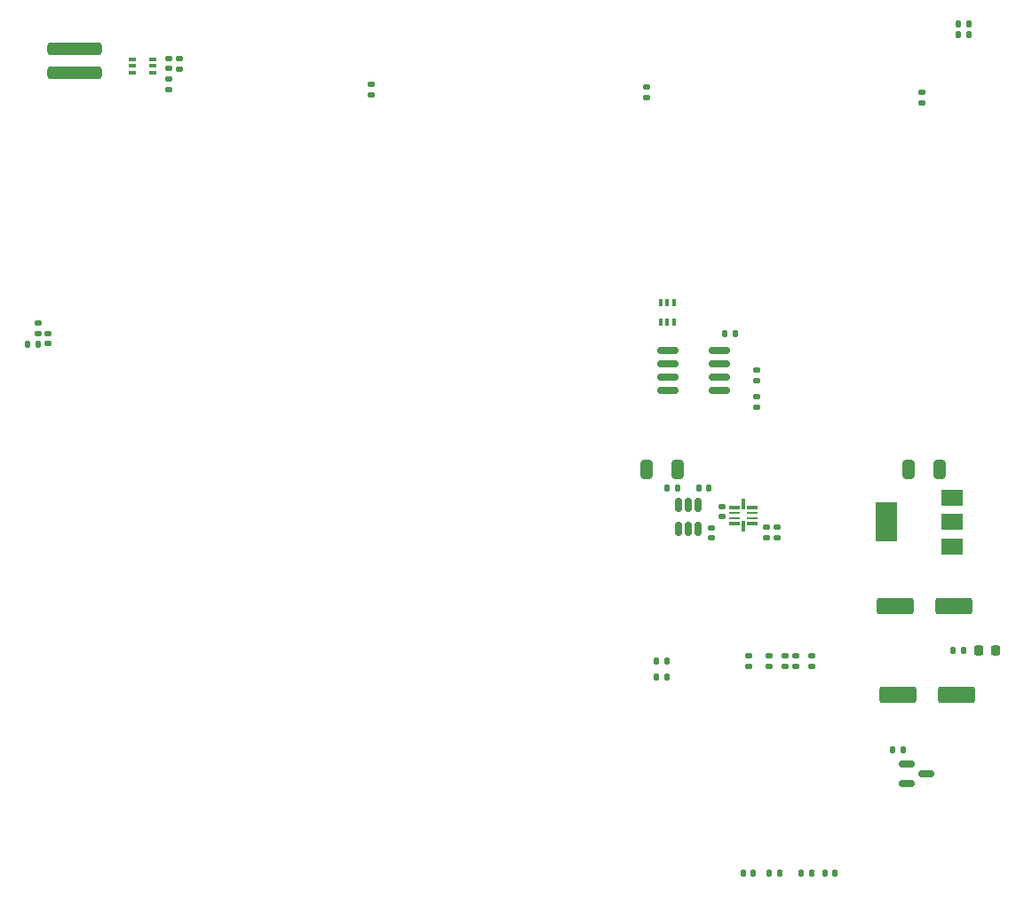
<source format=gbr>
%TF.GenerationSoftware,KiCad,Pcbnew,(7.0.0-rc1-56-g82a1175d72)*%
%TF.CreationDate,2023-05-08T22:11:16+09:00*%
%TF.ProjectId,E_Load,455f4c6f-6164-42e6-9b69-6361645f7063,rev?*%
%TF.SameCoordinates,Original*%
%TF.FileFunction,Paste,Top*%
%TF.FilePolarity,Positive*%
%FSLAX46Y46*%
G04 Gerber Fmt 4.6, Leading zero omitted, Abs format (unit mm)*
G04 Created by KiCad (PCBNEW (7.0.0-rc1-56-g82a1175d72)) date 2023-05-08 22:11:16*
%MOMM*%
%LPD*%
G01*
G04 APERTURE LIST*
G04 Aperture macros list*
%AMRoundRect*
0 Rectangle with rounded corners*
0 $1 Rounding radius*
0 $2 $3 $4 $5 $6 $7 $8 $9 X,Y pos of 4 corners*
0 Add a 4 corners polygon primitive as box body*
4,1,4,$2,$3,$4,$5,$6,$7,$8,$9,$2,$3,0*
0 Add four circle primitives for the rounded corners*
1,1,$1+$1,$2,$3*
1,1,$1+$1,$4,$5*
1,1,$1+$1,$6,$7*
1,1,$1+$1,$8,$9*
0 Add four rect primitives between the rounded corners*
20,1,$1+$1,$2,$3,$4,$5,0*
20,1,$1+$1,$4,$5,$6,$7,0*
20,1,$1+$1,$6,$7,$8,$9,0*
20,1,$1+$1,$8,$9,$2,$3,0*%
G04 Aperture macros list end*
%ADD10R,0.975000X0.300000*%
%ADD11R,0.975000X0.250000*%
%ADD12R,0.350000X1.030000*%
%ADD13RoundRect,0.140000X0.170000X-0.140000X0.170000X0.140000X-0.170000X0.140000X-0.170000X-0.140000X0*%
%ADD14RoundRect,0.135000X-0.135000X-0.185000X0.135000X-0.185000X0.135000X0.185000X-0.135000X0.185000X0*%
%ADD15RoundRect,0.135000X0.185000X-0.135000X0.185000X0.135000X-0.185000X0.135000X-0.185000X-0.135000X0*%
%ADD16RoundRect,0.140000X0.140000X0.170000X-0.140000X0.170000X-0.140000X-0.170000X0.140000X-0.170000X0*%
%ADD17RoundRect,0.135000X-0.185000X0.135000X-0.185000X-0.135000X0.185000X-0.135000X0.185000X0.135000X0*%
%ADD18R,0.650000X0.400000*%
%ADD19RoundRect,0.140000X-0.140000X-0.170000X0.140000X-0.170000X0.140000X0.170000X-0.140000X0.170000X0*%
%ADD20RoundRect,0.150000X-0.825000X-0.150000X0.825000X-0.150000X0.825000X0.150000X-0.825000X0.150000X0*%
%ADD21RoundRect,0.250000X-1.500000X-0.550000X1.500000X-0.550000X1.500000X0.550000X-1.500000X0.550000X0*%
%ADD22RoundRect,0.135000X0.135000X0.185000X-0.135000X0.185000X-0.135000X-0.185000X0.135000X-0.185000X0*%
%ADD23RoundRect,0.150000X-0.150000X0.512500X-0.150000X-0.512500X0.150000X-0.512500X0.150000X0.512500X0*%
%ADD24R,2.000000X1.500000*%
%ADD25R,2.000000X3.800000*%
%ADD26RoundRect,0.150000X-0.587500X-0.150000X0.587500X-0.150000X0.587500X0.150000X-0.587500X0.150000X0*%
%ADD27RoundRect,0.250000X0.325000X0.650000X-0.325000X0.650000X-0.325000X-0.650000X0.325000X-0.650000X0*%
%ADD28RoundRect,0.140000X-0.170000X0.140000X-0.170000X-0.140000X0.170000X-0.140000X0.170000X0.140000X0*%
%ADD29RoundRect,0.218750X-0.218750X-0.256250X0.218750X-0.256250X0.218750X0.256250X-0.218750X0.256250X0*%
%ADD30RoundRect,0.250000X-2.350000X0.325000X-2.350000X-0.325000X2.350000X-0.325000X2.350000X0.325000X0*%
%ADD31R,0.400000X0.650000*%
%ADD32RoundRect,0.250000X1.500000X0.550000X-1.500000X0.550000X-1.500000X-0.550000X1.500000X-0.550000X0*%
G04 APERTURE END LIST*
D10*
%TO.C,U5*%
X175587499Y-109609999D03*
D11*
X175587499Y-109109999D03*
X175587499Y-108609999D03*
D10*
X175587499Y-108109999D03*
D12*
X174749999Y-107799999D03*
D10*
X173912499Y-108109999D03*
D11*
X173912499Y-108609999D03*
X173912499Y-109109999D03*
D10*
X173912499Y-109609999D03*
D12*
X174749999Y-109919999D03*
%TD*%
D13*
%TO.C,C15*%
X178750000Y-123230000D03*
X178750000Y-122270000D03*
%TD*%
D14*
%TO.C,R3*%
X106490000Y-92490000D03*
X107510000Y-92490000D03*
%TD*%
%TO.C,R23*%
X180240000Y-143000000D03*
X181260000Y-143000000D03*
%TD*%
D15*
%TO.C,R1*%
X107500000Y-91500000D03*
X107500000Y-90480000D03*
%TD*%
D16*
%TO.C,C12*%
X168480000Y-106250000D03*
X167520000Y-106250000D03*
%TD*%
D17*
%TO.C,R16*%
X178000000Y-110000000D03*
X178000000Y-111020000D03*
%TD*%
D16*
%TO.C,C13*%
X175730000Y-143000000D03*
X174770000Y-143000000D03*
%TD*%
D18*
%TO.C,U3*%
X118449999Y-66624999D03*
X118449999Y-65974999D03*
X118449999Y-65324999D03*
X116549999Y-65324999D03*
X116549999Y-65974999D03*
X116549999Y-66624999D03*
%TD*%
D19*
%TO.C,C8*%
X170520000Y-106250000D03*
X171480000Y-106250000D03*
%TD*%
D14*
%TO.C,R10*%
X195240000Y-62000000D03*
X196260000Y-62000000D03*
%TD*%
D15*
%TO.C,R2*%
X139250000Y-68760000D03*
X139250000Y-67740000D03*
%TD*%
%TO.C,R8*%
X176000000Y-98510000D03*
X176000000Y-97490000D03*
%TD*%
%TO.C,R22*%
X181250000Y-123260000D03*
X181250000Y-122240000D03*
%TD*%
%TO.C,R7*%
X191750000Y-69510000D03*
X191750000Y-68490000D03*
%TD*%
D20*
%TO.C,U1*%
X167525000Y-93095000D03*
X167525000Y-94365000D03*
X167525000Y-95635000D03*
X167525000Y-96905000D03*
X172475000Y-96905000D03*
X172475000Y-95635000D03*
X172475000Y-94365000D03*
X172475000Y-93095000D03*
%TD*%
D21*
%TO.C,C2*%
X189200000Y-117500000D03*
X194800000Y-117500000D03*
%TD*%
D22*
%TO.C,R14*%
X167510000Y-122750000D03*
X166490000Y-122750000D03*
%TD*%
D15*
%TO.C,R19*%
X175250000Y-123260000D03*
X175250000Y-122240000D03*
%TD*%
D14*
%TO.C,R17*%
X189000000Y-131250000D03*
X190020000Y-131250000D03*
%TD*%
D23*
%TO.C,U4*%
X170450000Y-107862500D03*
X169500000Y-107862500D03*
X168550000Y-107862500D03*
X168550000Y-110137500D03*
X169500000Y-110137500D03*
X170450000Y-110137500D03*
%TD*%
D19*
%TO.C,C14*%
X182520000Y-143000000D03*
X183480000Y-143000000D03*
%TD*%
D24*
%TO.C,U2*%
X194649999Y-111799999D03*
X194649999Y-109499999D03*
D25*
X188349999Y-109499999D03*
D24*
X194649999Y-107199999D03*
%TD*%
D22*
%TO.C,R5*%
X195760000Y-121750000D03*
X194740000Y-121750000D03*
%TD*%
D26*
%TO.C,Q5*%
X190312500Y-132550000D03*
X190312500Y-134450000D03*
X192187500Y-133500000D03*
%TD*%
D27*
%TO.C,C1*%
X193500000Y-104500000D03*
X190550000Y-104500000D03*
%TD*%
D17*
%TO.C,R12*%
X120000000Y-67240000D03*
X120000000Y-68260000D03*
%TD*%
D13*
%TO.C,C7*%
X172750000Y-108980000D03*
X172750000Y-108020000D03*
%TD*%
D28*
%TO.C,C9*%
X171750000Y-110020000D03*
X171750000Y-110980000D03*
%TD*%
D29*
%TO.C,D1*%
X197212500Y-121750000D03*
X198787500Y-121750000D03*
%TD*%
D15*
%TO.C,R20*%
X177250000Y-123260000D03*
X177250000Y-122240000D03*
%TD*%
D14*
%TO.C,R18*%
X177240000Y-143000000D03*
X178260000Y-143000000D03*
%TD*%
D28*
%TO.C,C5*%
X120000000Y-65270000D03*
X120000000Y-66230000D03*
%TD*%
D30*
%TO.C,R9*%
X111000000Y-64375000D03*
X111000000Y-66625000D03*
%TD*%
D15*
%TO.C,R6*%
X176000000Y-96010000D03*
X176000000Y-94990000D03*
%TD*%
D19*
%TO.C,C6*%
X195270000Y-63000000D03*
X196230000Y-63000000D03*
%TD*%
D15*
%TO.C,R4*%
X165500000Y-69010000D03*
X165500000Y-67990000D03*
%TD*%
D13*
%TO.C,C3*%
X108500000Y-92470000D03*
X108500000Y-91510000D03*
%TD*%
D17*
%TO.C,R13*%
X177000000Y-109990000D03*
X177000000Y-111010000D03*
%TD*%
D27*
%TO.C,C11*%
X168475000Y-104500000D03*
X165525000Y-104500000D03*
%TD*%
D17*
%TO.C,R11*%
X121000000Y-65240000D03*
X121000000Y-66260000D03*
%TD*%
D15*
%TO.C,R21*%
X179750000Y-123260000D03*
X179750000Y-122240000D03*
%TD*%
D22*
%TO.C,R15*%
X167510000Y-124250000D03*
X166490000Y-124250000D03*
%TD*%
D19*
%TO.C,C4*%
X173020000Y-91500000D03*
X173980000Y-91500000D03*
%TD*%
D31*
%TO.C,Q1*%
X168149999Y-88549999D03*
X167499999Y-88549999D03*
X166849999Y-88549999D03*
X166849999Y-90449999D03*
X167499999Y-90449999D03*
X168149999Y-90449999D03*
%TD*%
D32*
%TO.C,C10*%
X195050000Y-126000000D03*
X189450000Y-126000000D03*
%TD*%
M02*

</source>
